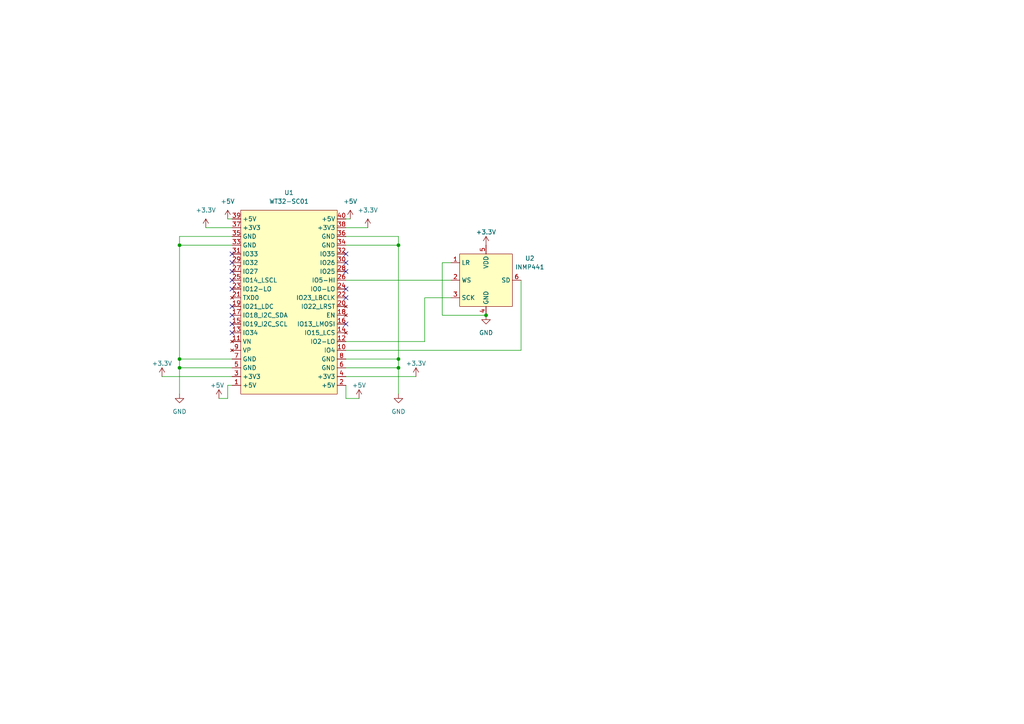
<source format=kicad_sch>
(kicad_sch (version 20211123) (generator eeschema)
  (paper "A4")
  (lib_symbols
    (symbol "MySymbols:INMP441"
      (property "Reference" "U" (at 0 0 0))
      (property "Value" "INMP441" (at 0 0 0))
      (symbol "INMP441_0_1"
        (rectangle (start -7.62 2.54) (end 7.62 -12.7) (fill (type background)))
      )
      (symbol "INMP441_1_1"
        (pin input line (at -10.16 0 0) (length 2.54) (name "LR") (number "1"))
        (pin input line (at -10.16 -5.08 0) (length 2.54) (name "WS") (number "2"))
        (pin input line (at -10.16 -10.16 0) (length 2.54) (name "SCK") (number "3"))
        (pin power_in line (at 0 -15.24 90) (length 2.54) (name "GND") (number "4"))
        (pin power_in line (at 0 5.08 270) (length 2.54) (name "VDD") (number "5"))
        (pin output line (at 10.16 -5.08 180) (length 2.54) (name "SD") (number "6"))
      )
    )
    (symbol "MySymbols:WT32-SC01"
      (property "Reference" "U" (at 22.86 25.4 0))
      (property "Value" "WT32-SC01" (at 12.7 25.4 0))
      (symbol "WT32-SC01_0_1"
        (rectangle (start 0 22.86) (end 27.94 -30.48) (fill (type background)))
      )
      (symbol "WT32-SC01_1_1"
        (pin power_in line (at -2.54 -27.94 0) (length 2.54) (name "+5V") (number "1"))
        (pin bidirectional line (at 30.48 -17.78 180) (length 2.54) (name "IO4") (number "10"))
        (pin no_connect line (at -2.54 -15.24 0) (length 2.54) (name "VN") (number "11"))
        (pin output line (at 30.48 -15.24 180) (length 2.54) (name "IO2-LO") (number "12"))
        (pin input line (at -2.54 -12.7 0) (length 2.54) (name "IO34") (number "13"))
        (pin no_connect line (at 30.48 -12.7 180) (length 2.54) (name "IO15_LCS") (number "14"))
        (pin bidirectional line (at -2.54 -10.16 0) (length 2.54) (name "IO19_I2C_SCL") (number "15"))
        (pin bidirectional line (at 30.48 -10.16 180) (length 2.54) (name "IO13_LMOSI") (number "16"))
        (pin bidirectional line (at -2.54 -7.62 0) (length 2.54) (name "IO18_I2C_SDA") (number "17"))
        (pin no_connect line (at 30.48 -7.62 180) (length 2.54) (name "EN") (number "18"))
        (pin bidirectional line (at -2.54 -5.08 0) (length 2.54) (name "IO21_LDC") (number "19"))
        (pin power_in line (at 30.48 -27.94 180) (length 2.54) (name "+5V") (number "2"))
        (pin no_connect line (at 30.48 -5.08 180) (length 2.54) (name "IO22_LRST") (number "20"))
        (pin no_connect line (at -2.54 -2.54 0) (length 2.54) (name "TXD0") (number "21"))
        (pin bidirectional line (at 30.48 -2.54 180) (length 2.54) (name "IO23_LBCLK") (number "22"))
        (pin output line (at -2.54 0 0) (length 2.54) (name "IO12-LO") (number "23"))
        (pin output line (at 30.48 0 180) (length 2.54) (name "IO0-LO") (number "24"))
        (pin bidirectional line (at -2.54 2.54 0) (length 2.54) (name "IO14_LSCL") (number "25"))
        (pin output line (at 30.48 2.54 180) (length 2.54) (name "IO5-HI") (number "26"))
        (pin bidirectional line (at -2.54 5.08 0) (length 2.54) (name "IO27") (number "27"))
        (pin bidirectional line (at 30.48 5.08 180) (length 2.54) (name "IO25") (number "28"))
        (pin bidirectional line (at -2.54 7.62 0) (length 2.54) (name "IO32") (number "29"))
        (pin power_in line (at -2.54 -25.4 0) (length 2.54) (name "+3V3") (number "3"))
        (pin bidirectional line (at 30.48 7.62 180) (length 2.54) (name "IO26") (number "30"))
        (pin bidirectional line (at -2.54 10.16 0) (length 2.54) (name "IO33") (number "31"))
        (pin input line (at 30.48 10.16 180) (length 2.54) (name "IO35") (number "32"))
        (pin power_in line (at -2.54 12.7 0) (length 2.54) (name "GND") (number "33"))
        (pin power_in line (at 30.48 12.7 180) (length 2.54) (name "GND") (number "34"))
        (pin power_in line (at -2.54 15.24 0) (length 2.54) (name "GND") (number "35"))
        (pin power_in line (at 30.48 15.24 180) (length 2.54) (name "GND") (number "36"))
        (pin power_in line (at -2.54 17.78 0) (length 2.54) (name "+3V3") (number "37"))
        (pin power_in line (at 30.48 17.78 180) (length 2.54) (name "+3V3") (number "38"))
        (pin power_in line (at -2.54 20.32 0) (length 2.54) (name "+5V") (number "39"))
        (pin power_in line (at 30.48 -25.4 180) (length 2.54) (name "+3V3") (number "4"))
        (pin power_in line (at 30.48 20.32 180) (length 2.54) (name "+5V") (number "40"))
        (pin power_in line (at -2.54 -22.86 0) (length 2.54) (name "GND") (number "5"))
        (pin power_in line (at 30.48 -22.86 180) (length 2.54) (name "GND") (number "6"))
        (pin power_in line (at -2.54 -20.32 0) (length 2.54) (name "GND") (number "7"))
        (pin power_in line (at 30.48 -20.32 180) (length 2.54) (name "GND") (number "8"))
        (pin no_connect line (at -2.54 -17.78 0) (length 2.54) (name "VP") (number "9"))
      )
    )
    (symbol "power:+3.3V" (power) (pin_names (offset 0))
      (property "Value" "+3.3V" (at 0 3.556 0))
      (symbol "+3.3V_0_1"
        (polyline (pts (xy -0.762 1.27) (xy 0 2.54)))
        (polyline (pts (xy 0 0) (xy 0 2.54)))
        (polyline (pts (xy 0 2.54) (xy 0.762 1.27)))
      )
      (symbol "+3.3V_1_1"
        (pin power_in line (at 0 0 90) (length 0) hide (name "+3.3V") (number "1"))
      )
    )
    (symbol "power:+5V" (power) (pin_names (offset 0))
      (property "Value" "+5V" (at 0 3.556 0))
      (symbol "+5V_0_1"
        (polyline (pts (xy -0.762 1.27) (xy 0 2.54)))
        (polyline (pts (xy 0 0) (xy 0 2.54)))
        (polyline (pts (xy 0 2.54) (xy 0.762 1.27)))
      )
      (symbol "+5V_1_1"
        (pin power_in line (at 0 0 90) (length 0) hide (name "+5V") (number "1"))
      )
    )
    (symbol "power:GND" (power) (pin_names (offset 0))
      (property "Value" "GND" (at 0 -3.81 0))
      (symbol "GND_0_1"
        (polyline (pts (xy 0 0) (xy 0 -1.27) (xy 1.27 -1.27) (xy 0 -2.54) (xy -1.27 -1.27) (xy 0 -1.27)))
      )
      (symbol "GND_1_1"
        (pin power_in line (at 0 0 270) (length 0) hide (name "GND") (number "1"))
      )
    )
  )
  (junction (at 140.97 91.44))
  (junction (at 52.07 104.14))
  (junction (at 52.07 71.12))
  (junction (at 115.57 71.12))
  (junction (at 115.57 106.68))
  (junction (at 52.07 106.68))
  (junction (at 115.57 104.14))
  (no_connect (at 100.33 86.36))
  (no_connect (at 67.31 96.52))
  (no_connect (at 67.31 88.9))
  (no_connect (at 100.33 76.2))
  (no_connect (at 67.31 73.66))
  (no_connect (at 67.31 81.28))
  (no_connect (at 67.31 78.74))
  (no_connect (at 100.33 73.66))
  (no_connect (at 67.31 76.2))
  (no_connect (at 67.31 91.44))
  (no_connect (at 67.31 83.82))
  (no_connect (at 100.33 83.82))
  (no_connect (at 100.33 78.74))
  (no_connect (at 67.31 93.98))
  (no_connect (at 100.33 93.98))
  (wire (pts (xy 115.57 106.68) (xy 115.57 114.3)))
  (wire (pts (xy 128.27 91.44) (xy 128.27 76.2)))
  (wire (pts (xy 52.07 106.68) (xy 52.07 114.3)))
  (wire (pts (xy 66.04 63.5) (xy 67.31 63.5)))
  (wire (pts (xy 67.31 111.76) (xy 66.04 111.76)))
  (wire (pts (xy 123.19 99.06) (xy 100.33 99.06)))
  (wire (pts (xy 52.07 106.68) (xy 67.31 106.68)))
  (wire (pts (xy 151.13 81.28) (xy 151.13 101.6)))
  (wire (pts (xy 100.33 109.22) (xy 120.65 109.22)))
  (wire (pts (xy 52.07 68.58) (xy 52.07 71.12)))
  (wire (pts (xy 59.69 66.04) (xy 67.31 66.04)))
  (wire (pts (xy 128.27 76.2) (xy 130.81 76.2)))
  (wire (pts (xy 100.33 66.04) (xy 106.68 66.04)))
  (wire (pts (xy 52.07 68.58) (xy 67.31 68.58)))
  (wire (pts (xy 100.33 81.28) (xy 130.81 81.28)))
  (wire (pts (xy 100.33 111.76) (xy 100.33 115.57)))
  (wire (pts (xy 100.33 104.14) (xy 115.57 104.14)))
  (wire (pts (xy 52.07 104.14) (xy 67.31 104.14)))
  (wire (pts (xy 100.33 115.57) (xy 104.14 115.57)))
  (wire (pts (xy 100.33 63.5) (xy 101.6 63.5)))
  (wire (pts (xy 52.07 71.12) (xy 52.07 104.14)))
  (wire (pts (xy 151.13 101.6) (xy 100.33 101.6)))
  (wire (pts (xy 115.57 68.58) (xy 115.57 71.12)))
  (wire (pts (xy 130.81 86.36) (xy 123.19 86.36)))
  (wire (pts (xy 52.07 71.12) (xy 67.31 71.12)))
  (wire (pts (xy 115.57 71.12) (xy 115.57 104.14)))
  (wire (pts (xy 100.33 106.68) (xy 115.57 106.68)))
  (wire (pts (xy 46.99 109.22) (xy 67.31 109.22)))
  (wire (pts (xy 100.33 71.12) (xy 115.57 71.12)))
  (wire (pts (xy 128.27 91.44) (xy 140.97 91.44)))
  (wire (pts (xy 52.07 104.14) (xy 52.07 106.68)))
  (wire (pts (xy 115.57 104.14) (xy 115.57 106.68)))
  (wire (pts (xy 66.04 111.76) (xy 66.04 115.57)))
  (wire (pts (xy 100.33 68.58) (xy 115.57 68.58)))
  (wire (pts (xy 66.04 115.57) (xy 63.5 115.57)))
  (wire (pts (xy 123.19 86.36) (xy 123.19 99.06)))
  (symbol (lib_id "power:GND") (at 52.07 114.3 0) (unit 1)
    (property "Reference" "#PWR0111" (effects hide))
    (property "Value" "GND" (at 52.07 119.38 0))
  )
  (symbol (lib_id "power:+3.3V") (at 46.99 109.22 0) (unit 1)
    (property "Reference" "#PWR0110" (effects hide))
    (property "Value" "+3.3V" (at 46.99 105.41 0))
  )
  (symbol (lib_id "MySymbols:INMP441") (at 140.97 76.2 0) (unit 1)
    (property "Reference" "U2" (at 153.67 74.93 0))
    (property "Value" "INMP441" (at 153.67 77.47 0))
    (property "Footprint" "MyFootprints:INMP441_THT" (effects hide))
  )
  (symbol (lib_id "power:+5V") (at 101.6 63.5 0) (unit 1)
    (property "Reference" "#PWR0104" (effects hide))
    (property "Value" "+5V" (at 101.6 58.42 0))
  )
  (symbol (lib_id "power:GND") (at 115.57 114.3 0) (unit 1)
    (property "Reference" "#PWR0102" (effects hide))
    (property "Value" "GND" (at 115.57 119.38 0))
  )
  (symbol (lib_id "power:+5V") (at 63.5 115.57 0) (unit 1)
    (property "Reference" "#PWR0112" (effects hide))
    (property "Value" "+5V" (at 60.96 111.76 0) (effects (justify left)))
  )
  (symbol (lib_id "power:GND") (at 140.97 91.44 0) (unit 1)
    (property "Reference" "#PWR0106" (effects hide))
    (property "Value" "GND" (at 140.97 96.52 0))
  )
  (symbol (lib_id "power:+5V") (at 66.04 63.5 0) (unit 1)
    (property "Reference" "#PWR0109" (effects hide))
    (property "Value" "+5V" (at 66.04 58.42 0))
  )
  (symbol (lib_id "power:+3.3V") (at 59.69 66.04 0) (unit 1)
    (property "Reference" "#PWR0108" (effects hide))
    (property "Value" "+3.3V" (at 59.69 60.96 0))
  )
  (symbol (lib_id "MySymbols:WT32-SC01") (at 69.85 83.82 0) (unit 1)
    (property "Reference" "U1" (at 83.82 55.88 0))
    (property "Value" "WT32-SC01" (at 83.82 58.42 0))
    (property "Footprint" "MyFootprints:WT32-SC01" (effects hide))
  )
  (symbol (lib_id "power:+3.3V") (at 106.68 66.04 0) (unit 1)
    (property "Reference" "#PWR0105" (effects hide))
    (property "Value" "+3.3V" (at 106.68 60.96 0))
  )
  (symbol (lib_id "power:+3.3V") (at 120.65 109.22 0) (unit 1)
    (property "Reference" "#PWR0101" (effects hide))
    (property "Value" "+3.3V" (at 120.65 105.41 0))
  )
  (symbol (lib_id "power:+5V") (at 104.14 115.57 0) (unit 1)
    (property "Reference" "#PWR0103" (effects hide))
    (property "Value" "+5V" (at 104.14 111.76 0))
  )
  (symbol (lib_id "power:+3.3V") (at 140.97 71.12 0) (unit 1)
    (property "Reference" "#PWR0107" (effects hide))
    (property "Value" "+3.3V" (at 140.97 67.31 0))
  )
)
</source>
